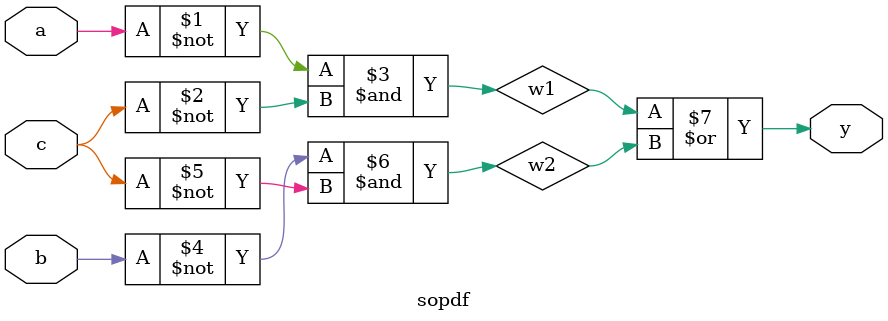
<source format=v>
module sopdf(a,b,c,y);
    input a,b,c;
    output y;
    wire w1 = (~a)&(~c);
    wire w2 = (~b)&(~c);
    assign y = w1|w2;
endmodule
</source>
